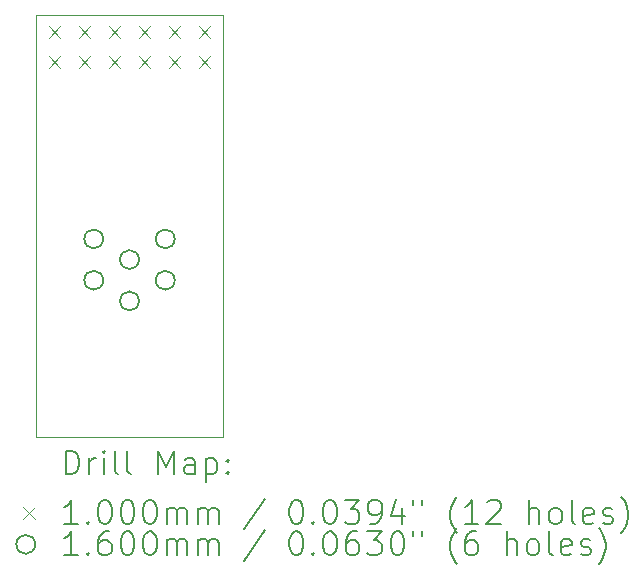
<source format=gbr>
%TF.GenerationSoftware,KiCad,Pcbnew,(6.0.11)*%
%TF.CreationDate,2024-01-24T23:02:19+00:00*%
%TF.ProjectId,RGBtoHDMI_DIN,52474274-6f48-4444-9d49-5f44494e2e6b,rev?*%
%TF.SameCoordinates,Original*%
%TF.FileFunction,Drillmap*%
%TF.FilePolarity,Positive*%
%FSLAX45Y45*%
G04 Gerber Fmt 4.5, Leading zero omitted, Abs format (unit mm)*
G04 Created by KiCad (PCBNEW (6.0.11)) date 2024-01-24 23:02:19*
%MOMM*%
%LPD*%
G01*
G04 APERTURE LIST*
%ADD10C,0.100000*%
%ADD11C,0.200000*%
%ADD12C,0.160000*%
G04 APERTURE END LIST*
D10*
X13973500Y-6726000D02*
X15560500Y-6726000D01*
X15560500Y-6726000D02*
X15560500Y-10303000D01*
X15560500Y-10303000D02*
X13973500Y-10303000D01*
X13973500Y-10303000D02*
X13973500Y-6726000D01*
D11*
D10*
X14082000Y-6826500D02*
X14182000Y-6926500D01*
X14182000Y-6826500D02*
X14082000Y-6926500D01*
X14082000Y-7080500D02*
X14182000Y-7180500D01*
X14182000Y-7080500D02*
X14082000Y-7180500D01*
X14336000Y-6826500D02*
X14436000Y-6926500D01*
X14436000Y-6826500D02*
X14336000Y-6926500D01*
X14336000Y-7080500D02*
X14436000Y-7180500D01*
X14436000Y-7080500D02*
X14336000Y-7180500D01*
X14590000Y-6826500D02*
X14690000Y-6926500D01*
X14690000Y-6826500D02*
X14590000Y-6926500D01*
X14590000Y-7080500D02*
X14690000Y-7180500D01*
X14690000Y-7080500D02*
X14590000Y-7180500D01*
X14844000Y-6826500D02*
X14944000Y-6926500D01*
X14944000Y-6826500D02*
X14844000Y-6926500D01*
X14844000Y-7080500D02*
X14944000Y-7180500D01*
X14944000Y-7080500D02*
X14844000Y-7180500D01*
X15098000Y-6826500D02*
X15198000Y-6926500D01*
X15198000Y-6826500D02*
X15098000Y-6926500D01*
X15098000Y-7080500D02*
X15198000Y-7180500D01*
X15198000Y-7080500D02*
X15098000Y-7180500D01*
X15352000Y-6826500D02*
X15452000Y-6926500D01*
X15452000Y-6826500D02*
X15352000Y-6926500D01*
X15352000Y-7080500D02*
X15452000Y-7180500D01*
X15452000Y-7080500D02*
X15352000Y-7180500D01*
D12*
X14544000Y-8626000D02*
G75*
G03*
X14544000Y-8626000I-80000J0D01*
G01*
X14544000Y-8976000D02*
G75*
G03*
X14544000Y-8976000I-80000J0D01*
G01*
X14847000Y-8801000D02*
G75*
G03*
X14847000Y-8801000I-80000J0D01*
G01*
X14847000Y-9151000D02*
G75*
G03*
X14847000Y-9151000I-80000J0D01*
G01*
X15150000Y-8626000D02*
G75*
G03*
X15150000Y-8626000I-80000J0D01*
G01*
X15150000Y-8976000D02*
G75*
G03*
X15150000Y-8976000I-80000J0D01*
G01*
D11*
X14226119Y-10618476D02*
X14226119Y-10418476D01*
X14273738Y-10418476D01*
X14302309Y-10428000D01*
X14321357Y-10447048D01*
X14330881Y-10466095D01*
X14340405Y-10504190D01*
X14340405Y-10532762D01*
X14330881Y-10570857D01*
X14321357Y-10589905D01*
X14302309Y-10608952D01*
X14273738Y-10618476D01*
X14226119Y-10618476D01*
X14426119Y-10618476D02*
X14426119Y-10485143D01*
X14426119Y-10523238D02*
X14435643Y-10504190D01*
X14445167Y-10494667D01*
X14464214Y-10485143D01*
X14483262Y-10485143D01*
X14549928Y-10618476D02*
X14549928Y-10485143D01*
X14549928Y-10418476D02*
X14540405Y-10428000D01*
X14549928Y-10437524D01*
X14559452Y-10428000D01*
X14549928Y-10418476D01*
X14549928Y-10437524D01*
X14673738Y-10618476D02*
X14654690Y-10608952D01*
X14645167Y-10589905D01*
X14645167Y-10418476D01*
X14778500Y-10618476D02*
X14759452Y-10608952D01*
X14749928Y-10589905D01*
X14749928Y-10418476D01*
X15007071Y-10618476D02*
X15007071Y-10418476D01*
X15073738Y-10561333D01*
X15140405Y-10418476D01*
X15140405Y-10618476D01*
X15321357Y-10618476D02*
X15321357Y-10513714D01*
X15311833Y-10494667D01*
X15292786Y-10485143D01*
X15254690Y-10485143D01*
X15235643Y-10494667D01*
X15321357Y-10608952D02*
X15302309Y-10618476D01*
X15254690Y-10618476D01*
X15235643Y-10608952D01*
X15226119Y-10589905D01*
X15226119Y-10570857D01*
X15235643Y-10551810D01*
X15254690Y-10542286D01*
X15302309Y-10542286D01*
X15321357Y-10532762D01*
X15416595Y-10485143D02*
X15416595Y-10685143D01*
X15416595Y-10494667D02*
X15435643Y-10485143D01*
X15473738Y-10485143D01*
X15492786Y-10494667D01*
X15502309Y-10504190D01*
X15511833Y-10523238D01*
X15511833Y-10580381D01*
X15502309Y-10599429D01*
X15492786Y-10608952D01*
X15473738Y-10618476D01*
X15435643Y-10618476D01*
X15416595Y-10608952D01*
X15597548Y-10599429D02*
X15607071Y-10608952D01*
X15597548Y-10618476D01*
X15588024Y-10608952D01*
X15597548Y-10599429D01*
X15597548Y-10618476D01*
X15597548Y-10494667D02*
X15607071Y-10504190D01*
X15597548Y-10513714D01*
X15588024Y-10504190D01*
X15597548Y-10494667D01*
X15597548Y-10513714D01*
D10*
X13868500Y-10898000D02*
X13968500Y-10998000D01*
X13968500Y-10898000D02*
X13868500Y-10998000D01*
D11*
X14330881Y-11038476D02*
X14216595Y-11038476D01*
X14273738Y-11038476D02*
X14273738Y-10838476D01*
X14254690Y-10867048D01*
X14235643Y-10886095D01*
X14216595Y-10895619D01*
X14416595Y-11019429D02*
X14426119Y-11028952D01*
X14416595Y-11038476D01*
X14407071Y-11028952D01*
X14416595Y-11019429D01*
X14416595Y-11038476D01*
X14549928Y-10838476D02*
X14568976Y-10838476D01*
X14588024Y-10848000D01*
X14597548Y-10857524D01*
X14607071Y-10876571D01*
X14616595Y-10914667D01*
X14616595Y-10962286D01*
X14607071Y-11000381D01*
X14597548Y-11019429D01*
X14588024Y-11028952D01*
X14568976Y-11038476D01*
X14549928Y-11038476D01*
X14530881Y-11028952D01*
X14521357Y-11019429D01*
X14511833Y-11000381D01*
X14502309Y-10962286D01*
X14502309Y-10914667D01*
X14511833Y-10876571D01*
X14521357Y-10857524D01*
X14530881Y-10848000D01*
X14549928Y-10838476D01*
X14740405Y-10838476D02*
X14759452Y-10838476D01*
X14778500Y-10848000D01*
X14788024Y-10857524D01*
X14797548Y-10876571D01*
X14807071Y-10914667D01*
X14807071Y-10962286D01*
X14797548Y-11000381D01*
X14788024Y-11019429D01*
X14778500Y-11028952D01*
X14759452Y-11038476D01*
X14740405Y-11038476D01*
X14721357Y-11028952D01*
X14711833Y-11019429D01*
X14702309Y-11000381D01*
X14692786Y-10962286D01*
X14692786Y-10914667D01*
X14702309Y-10876571D01*
X14711833Y-10857524D01*
X14721357Y-10848000D01*
X14740405Y-10838476D01*
X14930881Y-10838476D02*
X14949928Y-10838476D01*
X14968976Y-10848000D01*
X14978500Y-10857524D01*
X14988024Y-10876571D01*
X14997548Y-10914667D01*
X14997548Y-10962286D01*
X14988024Y-11000381D01*
X14978500Y-11019429D01*
X14968976Y-11028952D01*
X14949928Y-11038476D01*
X14930881Y-11038476D01*
X14911833Y-11028952D01*
X14902309Y-11019429D01*
X14892786Y-11000381D01*
X14883262Y-10962286D01*
X14883262Y-10914667D01*
X14892786Y-10876571D01*
X14902309Y-10857524D01*
X14911833Y-10848000D01*
X14930881Y-10838476D01*
X15083262Y-11038476D02*
X15083262Y-10905143D01*
X15083262Y-10924190D02*
X15092786Y-10914667D01*
X15111833Y-10905143D01*
X15140405Y-10905143D01*
X15159452Y-10914667D01*
X15168976Y-10933714D01*
X15168976Y-11038476D01*
X15168976Y-10933714D02*
X15178500Y-10914667D01*
X15197548Y-10905143D01*
X15226119Y-10905143D01*
X15245167Y-10914667D01*
X15254690Y-10933714D01*
X15254690Y-11038476D01*
X15349928Y-11038476D02*
X15349928Y-10905143D01*
X15349928Y-10924190D02*
X15359452Y-10914667D01*
X15378500Y-10905143D01*
X15407071Y-10905143D01*
X15426119Y-10914667D01*
X15435643Y-10933714D01*
X15435643Y-11038476D01*
X15435643Y-10933714D02*
X15445167Y-10914667D01*
X15464214Y-10905143D01*
X15492786Y-10905143D01*
X15511833Y-10914667D01*
X15521357Y-10933714D01*
X15521357Y-11038476D01*
X15911833Y-10828952D02*
X15740405Y-11086095D01*
X16168976Y-10838476D02*
X16188024Y-10838476D01*
X16207071Y-10848000D01*
X16216595Y-10857524D01*
X16226119Y-10876571D01*
X16235643Y-10914667D01*
X16235643Y-10962286D01*
X16226119Y-11000381D01*
X16216595Y-11019429D01*
X16207071Y-11028952D01*
X16188024Y-11038476D01*
X16168976Y-11038476D01*
X16149928Y-11028952D01*
X16140405Y-11019429D01*
X16130881Y-11000381D01*
X16121357Y-10962286D01*
X16121357Y-10914667D01*
X16130881Y-10876571D01*
X16140405Y-10857524D01*
X16149928Y-10848000D01*
X16168976Y-10838476D01*
X16321357Y-11019429D02*
X16330881Y-11028952D01*
X16321357Y-11038476D01*
X16311833Y-11028952D01*
X16321357Y-11019429D01*
X16321357Y-11038476D01*
X16454690Y-10838476D02*
X16473738Y-10838476D01*
X16492786Y-10848000D01*
X16502309Y-10857524D01*
X16511833Y-10876571D01*
X16521357Y-10914667D01*
X16521357Y-10962286D01*
X16511833Y-11000381D01*
X16502309Y-11019429D01*
X16492786Y-11028952D01*
X16473738Y-11038476D01*
X16454690Y-11038476D01*
X16435643Y-11028952D01*
X16426119Y-11019429D01*
X16416595Y-11000381D01*
X16407071Y-10962286D01*
X16407071Y-10914667D01*
X16416595Y-10876571D01*
X16426119Y-10857524D01*
X16435643Y-10848000D01*
X16454690Y-10838476D01*
X16588024Y-10838476D02*
X16711833Y-10838476D01*
X16645167Y-10914667D01*
X16673738Y-10914667D01*
X16692786Y-10924190D01*
X16702309Y-10933714D01*
X16711833Y-10952762D01*
X16711833Y-11000381D01*
X16702309Y-11019429D01*
X16692786Y-11028952D01*
X16673738Y-11038476D01*
X16616595Y-11038476D01*
X16597548Y-11028952D01*
X16588024Y-11019429D01*
X16807071Y-11038476D02*
X16845167Y-11038476D01*
X16864214Y-11028952D01*
X16873738Y-11019429D01*
X16892786Y-10990857D01*
X16902310Y-10952762D01*
X16902310Y-10876571D01*
X16892786Y-10857524D01*
X16883262Y-10848000D01*
X16864214Y-10838476D01*
X16826119Y-10838476D01*
X16807071Y-10848000D01*
X16797548Y-10857524D01*
X16788024Y-10876571D01*
X16788024Y-10924190D01*
X16797548Y-10943238D01*
X16807071Y-10952762D01*
X16826119Y-10962286D01*
X16864214Y-10962286D01*
X16883262Y-10952762D01*
X16892786Y-10943238D01*
X16902310Y-10924190D01*
X17073738Y-10905143D02*
X17073738Y-11038476D01*
X17026119Y-10828952D02*
X16978500Y-10971810D01*
X17102310Y-10971810D01*
X17168976Y-10838476D02*
X17168976Y-10876571D01*
X17245167Y-10838476D02*
X17245167Y-10876571D01*
X17540405Y-11114667D02*
X17530881Y-11105143D01*
X17511833Y-11076571D01*
X17502310Y-11057524D01*
X17492786Y-11028952D01*
X17483262Y-10981333D01*
X17483262Y-10943238D01*
X17492786Y-10895619D01*
X17502310Y-10867048D01*
X17511833Y-10848000D01*
X17530881Y-10819429D01*
X17540405Y-10809905D01*
X17721357Y-11038476D02*
X17607071Y-11038476D01*
X17664214Y-11038476D02*
X17664214Y-10838476D01*
X17645167Y-10867048D01*
X17626119Y-10886095D01*
X17607071Y-10895619D01*
X17797548Y-10857524D02*
X17807071Y-10848000D01*
X17826119Y-10838476D01*
X17873738Y-10838476D01*
X17892786Y-10848000D01*
X17902310Y-10857524D01*
X17911833Y-10876571D01*
X17911833Y-10895619D01*
X17902310Y-10924190D01*
X17788024Y-11038476D01*
X17911833Y-11038476D01*
X18149929Y-11038476D02*
X18149929Y-10838476D01*
X18235643Y-11038476D02*
X18235643Y-10933714D01*
X18226119Y-10914667D01*
X18207071Y-10905143D01*
X18178500Y-10905143D01*
X18159452Y-10914667D01*
X18149929Y-10924190D01*
X18359452Y-11038476D02*
X18340405Y-11028952D01*
X18330881Y-11019429D01*
X18321357Y-11000381D01*
X18321357Y-10943238D01*
X18330881Y-10924190D01*
X18340405Y-10914667D01*
X18359452Y-10905143D01*
X18388024Y-10905143D01*
X18407071Y-10914667D01*
X18416595Y-10924190D01*
X18426119Y-10943238D01*
X18426119Y-11000381D01*
X18416595Y-11019429D01*
X18407071Y-11028952D01*
X18388024Y-11038476D01*
X18359452Y-11038476D01*
X18540405Y-11038476D02*
X18521357Y-11028952D01*
X18511833Y-11009905D01*
X18511833Y-10838476D01*
X18692786Y-11028952D02*
X18673738Y-11038476D01*
X18635643Y-11038476D01*
X18616595Y-11028952D01*
X18607071Y-11009905D01*
X18607071Y-10933714D01*
X18616595Y-10914667D01*
X18635643Y-10905143D01*
X18673738Y-10905143D01*
X18692786Y-10914667D01*
X18702310Y-10933714D01*
X18702310Y-10952762D01*
X18607071Y-10971810D01*
X18778500Y-11028952D02*
X18797548Y-11038476D01*
X18835643Y-11038476D01*
X18854690Y-11028952D01*
X18864214Y-11009905D01*
X18864214Y-11000381D01*
X18854690Y-10981333D01*
X18835643Y-10971810D01*
X18807071Y-10971810D01*
X18788024Y-10962286D01*
X18778500Y-10943238D01*
X18778500Y-10933714D01*
X18788024Y-10914667D01*
X18807071Y-10905143D01*
X18835643Y-10905143D01*
X18854690Y-10914667D01*
X18930881Y-11114667D02*
X18940405Y-11105143D01*
X18959452Y-11076571D01*
X18968976Y-11057524D01*
X18978500Y-11028952D01*
X18988024Y-10981333D01*
X18988024Y-10943238D01*
X18978500Y-10895619D01*
X18968976Y-10867048D01*
X18959452Y-10848000D01*
X18940405Y-10819429D01*
X18930881Y-10809905D01*
D12*
X13968500Y-11212000D02*
G75*
G03*
X13968500Y-11212000I-80000J0D01*
G01*
D11*
X14330881Y-11302476D02*
X14216595Y-11302476D01*
X14273738Y-11302476D02*
X14273738Y-11102476D01*
X14254690Y-11131048D01*
X14235643Y-11150095D01*
X14216595Y-11159619D01*
X14416595Y-11283428D02*
X14426119Y-11292952D01*
X14416595Y-11302476D01*
X14407071Y-11292952D01*
X14416595Y-11283428D01*
X14416595Y-11302476D01*
X14597548Y-11102476D02*
X14559452Y-11102476D01*
X14540405Y-11112000D01*
X14530881Y-11121524D01*
X14511833Y-11150095D01*
X14502309Y-11188190D01*
X14502309Y-11264381D01*
X14511833Y-11283428D01*
X14521357Y-11292952D01*
X14540405Y-11302476D01*
X14578500Y-11302476D01*
X14597548Y-11292952D01*
X14607071Y-11283428D01*
X14616595Y-11264381D01*
X14616595Y-11216762D01*
X14607071Y-11197714D01*
X14597548Y-11188190D01*
X14578500Y-11178667D01*
X14540405Y-11178667D01*
X14521357Y-11188190D01*
X14511833Y-11197714D01*
X14502309Y-11216762D01*
X14740405Y-11102476D02*
X14759452Y-11102476D01*
X14778500Y-11112000D01*
X14788024Y-11121524D01*
X14797548Y-11140571D01*
X14807071Y-11178667D01*
X14807071Y-11226286D01*
X14797548Y-11264381D01*
X14788024Y-11283428D01*
X14778500Y-11292952D01*
X14759452Y-11302476D01*
X14740405Y-11302476D01*
X14721357Y-11292952D01*
X14711833Y-11283428D01*
X14702309Y-11264381D01*
X14692786Y-11226286D01*
X14692786Y-11178667D01*
X14702309Y-11140571D01*
X14711833Y-11121524D01*
X14721357Y-11112000D01*
X14740405Y-11102476D01*
X14930881Y-11102476D02*
X14949928Y-11102476D01*
X14968976Y-11112000D01*
X14978500Y-11121524D01*
X14988024Y-11140571D01*
X14997548Y-11178667D01*
X14997548Y-11226286D01*
X14988024Y-11264381D01*
X14978500Y-11283428D01*
X14968976Y-11292952D01*
X14949928Y-11302476D01*
X14930881Y-11302476D01*
X14911833Y-11292952D01*
X14902309Y-11283428D01*
X14892786Y-11264381D01*
X14883262Y-11226286D01*
X14883262Y-11178667D01*
X14892786Y-11140571D01*
X14902309Y-11121524D01*
X14911833Y-11112000D01*
X14930881Y-11102476D01*
X15083262Y-11302476D02*
X15083262Y-11169143D01*
X15083262Y-11188190D02*
X15092786Y-11178667D01*
X15111833Y-11169143D01*
X15140405Y-11169143D01*
X15159452Y-11178667D01*
X15168976Y-11197714D01*
X15168976Y-11302476D01*
X15168976Y-11197714D02*
X15178500Y-11178667D01*
X15197548Y-11169143D01*
X15226119Y-11169143D01*
X15245167Y-11178667D01*
X15254690Y-11197714D01*
X15254690Y-11302476D01*
X15349928Y-11302476D02*
X15349928Y-11169143D01*
X15349928Y-11188190D02*
X15359452Y-11178667D01*
X15378500Y-11169143D01*
X15407071Y-11169143D01*
X15426119Y-11178667D01*
X15435643Y-11197714D01*
X15435643Y-11302476D01*
X15435643Y-11197714D02*
X15445167Y-11178667D01*
X15464214Y-11169143D01*
X15492786Y-11169143D01*
X15511833Y-11178667D01*
X15521357Y-11197714D01*
X15521357Y-11302476D01*
X15911833Y-11092952D02*
X15740405Y-11350095D01*
X16168976Y-11102476D02*
X16188024Y-11102476D01*
X16207071Y-11112000D01*
X16216595Y-11121524D01*
X16226119Y-11140571D01*
X16235643Y-11178667D01*
X16235643Y-11226286D01*
X16226119Y-11264381D01*
X16216595Y-11283428D01*
X16207071Y-11292952D01*
X16188024Y-11302476D01*
X16168976Y-11302476D01*
X16149928Y-11292952D01*
X16140405Y-11283428D01*
X16130881Y-11264381D01*
X16121357Y-11226286D01*
X16121357Y-11178667D01*
X16130881Y-11140571D01*
X16140405Y-11121524D01*
X16149928Y-11112000D01*
X16168976Y-11102476D01*
X16321357Y-11283428D02*
X16330881Y-11292952D01*
X16321357Y-11302476D01*
X16311833Y-11292952D01*
X16321357Y-11283428D01*
X16321357Y-11302476D01*
X16454690Y-11102476D02*
X16473738Y-11102476D01*
X16492786Y-11112000D01*
X16502309Y-11121524D01*
X16511833Y-11140571D01*
X16521357Y-11178667D01*
X16521357Y-11226286D01*
X16511833Y-11264381D01*
X16502309Y-11283428D01*
X16492786Y-11292952D01*
X16473738Y-11302476D01*
X16454690Y-11302476D01*
X16435643Y-11292952D01*
X16426119Y-11283428D01*
X16416595Y-11264381D01*
X16407071Y-11226286D01*
X16407071Y-11178667D01*
X16416595Y-11140571D01*
X16426119Y-11121524D01*
X16435643Y-11112000D01*
X16454690Y-11102476D01*
X16692786Y-11102476D02*
X16654690Y-11102476D01*
X16635643Y-11112000D01*
X16626119Y-11121524D01*
X16607071Y-11150095D01*
X16597548Y-11188190D01*
X16597548Y-11264381D01*
X16607071Y-11283428D01*
X16616595Y-11292952D01*
X16635643Y-11302476D01*
X16673738Y-11302476D01*
X16692786Y-11292952D01*
X16702309Y-11283428D01*
X16711833Y-11264381D01*
X16711833Y-11216762D01*
X16702309Y-11197714D01*
X16692786Y-11188190D01*
X16673738Y-11178667D01*
X16635643Y-11178667D01*
X16616595Y-11188190D01*
X16607071Y-11197714D01*
X16597548Y-11216762D01*
X16778500Y-11102476D02*
X16902310Y-11102476D01*
X16835643Y-11178667D01*
X16864214Y-11178667D01*
X16883262Y-11188190D01*
X16892786Y-11197714D01*
X16902310Y-11216762D01*
X16902310Y-11264381D01*
X16892786Y-11283428D01*
X16883262Y-11292952D01*
X16864214Y-11302476D01*
X16807071Y-11302476D01*
X16788024Y-11292952D01*
X16778500Y-11283428D01*
X17026119Y-11102476D02*
X17045167Y-11102476D01*
X17064214Y-11112000D01*
X17073738Y-11121524D01*
X17083262Y-11140571D01*
X17092786Y-11178667D01*
X17092786Y-11226286D01*
X17083262Y-11264381D01*
X17073738Y-11283428D01*
X17064214Y-11292952D01*
X17045167Y-11302476D01*
X17026119Y-11302476D01*
X17007071Y-11292952D01*
X16997548Y-11283428D01*
X16988024Y-11264381D01*
X16978500Y-11226286D01*
X16978500Y-11178667D01*
X16988024Y-11140571D01*
X16997548Y-11121524D01*
X17007071Y-11112000D01*
X17026119Y-11102476D01*
X17168976Y-11102476D02*
X17168976Y-11140571D01*
X17245167Y-11102476D02*
X17245167Y-11140571D01*
X17540405Y-11378667D02*
X17530881Y-11369143D01*
X17511833Y-11340571D01*
X17502310Y-11321524D01*
X17492786Y-11292952D01*
X17483262Y-11245333D01*
X17483262Y-11207238D01*
X17492786Y-11159619D01*
X17502310Y-11131048D01*
X17511833Y-11112000D01*
X17530881Y-11083429D01*
X17540405Y-11073905D01*
X17702310Y-11102476D02*
X17664214Y-11102476D01*
X17645167Y-11112000D01*
X17635643Y-11121524D01*
X17616595Y-11150095D01*
X17607071Y-11188190D01*
X17607071Y-11264381D01*
X17616595Y-11283428D01*
X17626119Y-11292952D01*
X17645167Y-11302476D01*
X17683262Y-11302476D01*
X17702310Y-11292952D01*
X17711833Y-11283428D01*
X17721357Y-11264381D01*
X17721357Y-11216762D01*
X17711833Y-11197714D01*
X17702310Y-11188190D01*
X17683262Y-11178667D01*
X17645167Y-11178667D01*
X17626119Y-11188190D01*
X17616595Y-11197714D01*
X17607071Y-11216762D01*
X17959452Y-11302476D02*
X17959452Y-11102476D01*
X18045167Y-11302476D02*
X18045167Y-11197714D01*
X18035643Y-11178667D01*
X18016595Y-11169143D01*
X17988024Y-11169143D01*
X17968976Y-11178667D01*
X17959452Y-11188190D01*
X18168976Y-11302476D02*
X18149929Y-11292952D01*
X18140405Y-11283428D01*
X18130881Y-11264381D01*
X18130881Y-11207238D01*
X18140405Y-11188190D01*
X18149929Y-11178667D01*
X18168976Y-11169143D01*
X18197548Y-11169143D01*
X18216595Y-11178667D01*
X18226119Y-11188190D01*
X18235643Y-11207238D01*
X18235643Y-11264381D01*
X18226119Y-11283428D01*
X18216595Y-11292952D01*
X18197548Y-11302476D01*
X18168976Y-11302476D01*
X18349929Y-11302476D02*
X18330881Y-11292952D01*
X18321357Y-11273905D01*
X18321357Y-11102476D01*
X18502310Y-11292952D02*
X18483262Y-11302476D01*
X18445167Y-11302476D01*
X18426119Y-11292952D01*
X18416595Y-11273905D01*
X18416595Y-11197714D01*
X18426119Y-11178667D01*
X18445167Y-11169143D01*
X18483262Y-11169143D01*
X18502310Y-11178667D01*
X18511833Y-11197714D01*
X18511833Y-11216762D01*
X18416595Y-11235809D01*
X18588024Y-11292952D02*
X18607071Y-11302476D01*
X18645167Y-11302476D01*
X18664214Y-11292952D01*
X18673738Y-11273905D01*
X18673738Y-11264381D01*
X18664214Y-11245333D01*
X18645167Y-11235809D01*
X18616595Y-11235809D01*
X18597548Y-11226286D01*
X18588024Y-11207238D01*
X18588024Y-11197714D01*
X18597548Y-11178667D01*
X18616595Y-11169143D01*
X18645167Y-11169143D01*
X18664214Y-11178667D01*
X18740405Y-11378667D02*
X18749929Y-11369143D01*
X18768976Y-11340571D01*
X18778500Y-11321524D01*
X18788024Y-11292952D01*
X18797548Y-11245333D01*
X18797548Y-11207238D01*
X18788024Y-11159619D01*
X18778500Y-11131048D01*
X18768976Y-11112000D01*
X18749929Y-11083429D01*
X18740405Y-11073905D01*
M02*

</source>
